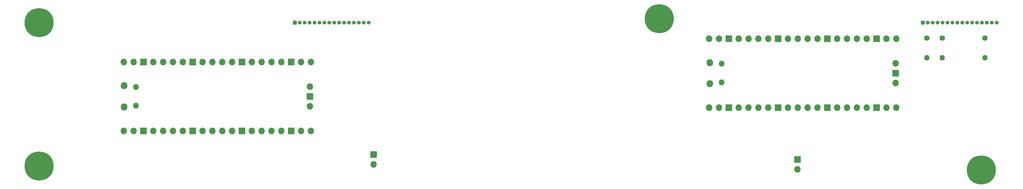
<source format=gbr>
%TF.GenerationSoftware,KiCad,Pcbnew,6.0.10-86aedd382b~118~ubuntu22.04.1*%
%TF.CreationDate,2023-01-15T11:44:38+01:00*%
%TF.ProjectId,tandberg-5000,74616e64-6265-4726-972d-353030302e6b,rev?*%
%TF.SameCoordinates,Original*%
%TF.FileFunction,Soldermask,Bot*%
%TF.FilePolarity,Negative*%
%FSLAX46Y46*%
G04 Gerber Fmt 4.6, Leading zero omitted, Abs format (unit mm)*
G04 Created by KiCad (PCBNEW 6.0.10-86aedd382b~118~ubuntu22.04.1) date 2023-01-15 11:44:38*
%MOMM*%
%LPD*%
G01*
G04 APERTURE LIST*
%ADD10R,1.700000X1.700000*%
%ADD11O,1.700000X1.700000*%
%ADD12C,7.500000*%
%ADD13R,1.000000X1.000000*%
%ADD14O,1.000000X1.000000*%
%ADD15C,1.400000*%
%ADD16O,1.400000X1.400000*%
%ADD17O,1.500000X1.500000*%
%ADD18O,1.800000X1.800000*%
G04 APERTURE END LIST*
D10*
%TO.C,SW2*%
X222655000Y-66270000D03*
D11*
X222655000Y-68810000D03*
%TD*%
D10*
%TO.C,SW1*%
X113345000Y-65000000D03*
D11*
X113345000Y-67540000D03*
%TD*%
D12*
%TO.C,H1*%
X187000000Y-30000000D03*
%TD*%
D13*
%TO.C,J1*%
X255000000Y-31000000D03*
D14*
X256270000Y-31000000D03*
X257540000Y-31000000D03*
X258810000Y-31000000D03*
X260080000Y-31000000D03*
X261350000Y-31000000D03*
X262620000Y-31000000D03*
X263890000Y-31000000D03*
X265160000Y-31000000D03*
X266430000Y-31000000D03*
X267700000Y-31000000D03*
X268970000Y-31000000D03*
X270240000Y-31000000D03*
X271510000Y-31000000D03*
X272780000Y-31000000D03*
X274050000Y-31000000D03*
%TD*%
D12*
%TO.C,H3*%
X270000000Y-69000000D03*
%TD*%
D15*
%TO.C,R3*%
X271000000Y-35000000D03*
D16*
X271000000Y-40080000D03*
%TD*%
D12*
%TO.C,H4*%
X27000000Y-68000000D03*
%TD*%
D15*
%TO.C,R2*%
X260000000Y-35000000D03*
D16*
X260000000Y-40080000D03*
%TD*%
D15*
%TO.C,R1*%
X256000000Y-35000000D03*
D16*
X256000000Y-40080000D03*
%TD*%
D17*
%TO.C,U1*%
X52030000Y-52425000D03*
D18*
X49000000Y-52725000D03*
X49000000Y-47275000D03*
D17*
X52030000Y-47575000D03*
D11*
X48870000Y-58890000D03*
X51410000Y-58890000D03*
D10*
X53950000Y-58890000D03*
D11*
X56490000Y-58890000D03*
X59030000Y-58890000D03*
X61570000Y-58890000D03*
X64110000Y-58890000D03*
D10*
X66650000Y-58890000D03*
D11*
X69190000Y-58890000D03*
X71730000Y-58890000D03*
X74270000Y-58890000D03*
X76810000Y-58890000D03*
D10*
X79350000Y-58890000D03*
D11*
X81890000Y-58890000D03*
X84430000Y-58890000D03*
X86970000Y-58890000D03*
X89510000Y-58890000D03*
D10*
X92050000Y-58890000D03*
D11*
X94590000Y-58890000D03*
X97130000Y-58890000D03*
X97130000Y-41110000D03*
X94590000Y-41110000D03*
D10*
X92050000Y-41110000D03*
D11*
X89510000Y-41110000D03*
X86970000Y-41110000D03*
X84430000Y-41110000D03*
X81890000Y-41110000D03*
D10*
X79350000Y-41110000D03*
D11*
X76810000Y-41110000D03*
X74270000Y-41110000D03*
X71730000Y-41110000D03*
X69190000Y-41110000D03*
D10*
X66650000Y-41110000D03*
D11*
X64110000Y-41110000D03*
X61570000Y-41110000D03*
X59030000Y-41110000D03*
X56490000Y-41110000D03*
D10*
X53950000Y-41110000D03*
D11*
X51410000Y-41110000D03*
X48870000Y-41110000D03*
X96900000Y-52540000D03*
D10*
X96900000Y-50000000D03*
D11*
X96900000Y-47460000D03*
%TD*%
D17*
%TO.C,U2*%
X203030000Y-41575000D03*
D18*
X200000000Y-46725000D03*
D17*
X203030000Y-46425000D03*
D18*
X200000000Y-41275000D03*
D11*
X199870000Y-52890000D03*
X202410000Y-52890000D03*
D10*
X204950000Y-52890000D03*
D11*
X207490000Y-52890000D03*
X210030000Y-52890000D03*
X212570000Y-52890000D03*
X215110000Y-52890000D03*
D10*
X217650000Y-52890000D03*
D11*
X220190000Y-52890000D03*
X222730000Y-52890000D03*
X225270000Y-52890000D03*
X227810000Y-52890000D03*
D10*
X230350000Y-52890000D03*
D11*
X232890000Y-52890000D03*
X235430000Y-52890000D03*
X237970000Y-52890000D03*
X240510000Y-52890000D03*
D10*
X243050000Y-52890000D03*
D11*
X245590000Y-52890000D03*
X248130000Y-52890000D03*
X248130000Y-35110000D03*
X245590000Y-35110000D03*
D10*
X243050000Y-35110000D03*
D11*
X240510000Y-35110000D03*
X237970000Y-35110000D03*
X235430000Y-35110000D03*
X232890000Y-35110000D03*
D10*
X230350000Y-35110000D03*
D11*
X227810000Y-35110000D03*
X225270000Y-35110000D03*
X222730000Y-35110000D03*
X220190000Y-35110000D03*
D10*
X217650000Y-35110000D03*
D11*
X215110000Y-35110000D03*
X212570000Y-35110000D03*
X210030000Y-35110000D03*
X207490000Y-35110000D03*
D10*
X204950000Y-35110000D03*
D11*
X202410000Y-35110000D03*
X199870000Y-35110000D03*
X247900000Y-46540000D03*
D10*
X247900000Y-44000000D03*
D11*
X247900000Y-41460000D03*
%TD*%
D12*
%TO.C,H2*%
X27000000Y-31000000D03*
%TD*%
D13*
%TO.C,J2*%
X93000000Y-31000000D03*
D14*
X94270000Y-31000000D03*
X95540000Y-31000000D03*
X96810000Y-31000000D03*
X98080000Y-31000000D03*
X99350000Y-31000000D03*
X100620000Y-31000000D03*
X101890000Y-31000000D03*
X103160000Y-31000000D03*
X104430000Y-31000000D03*
X105700000Y-31000000D03*
X106970000Y-31000000D03*
X108240000Y-31000000D03*
X109510000Y-31000000D03*
X110780000Y-31000000D03*
X112050000Y-31000000D03*
%TD*%
M02*

</source>
